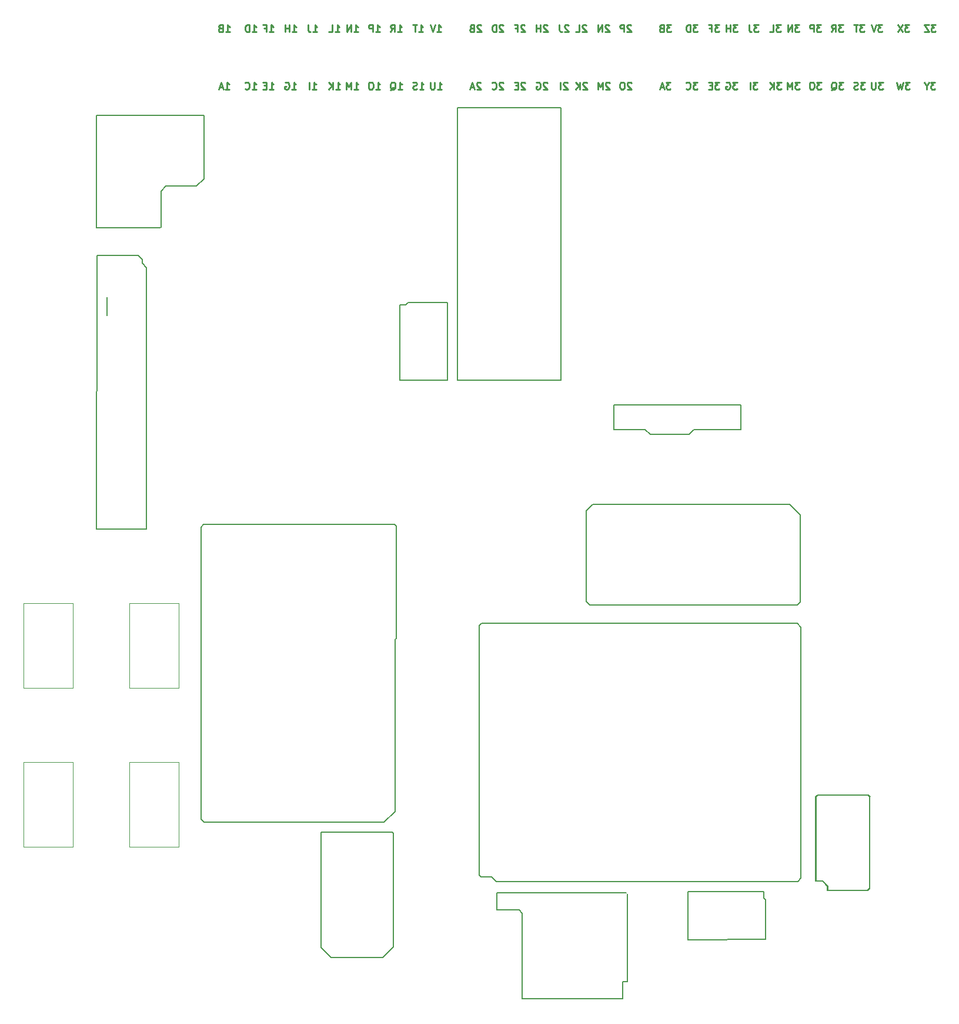
<source format=gbo>
G75*
G70*
%OFA0B0*%
%FSLAX25Y25*%
%IPPOS*%
%LPD*%
%AMOC8*
5,1,8,0,0,1.08239X$1,22.5*
%
%ADD13C,0.00880*%
%ADD184C,0.00472*%
%ADD65C,0.00787*%
X0000000Y0000000D02*
%LPD*%
G01*
D13*
X0155588Y0555061D02*
X0157874Y0555061D01*
X0156731Y0555061D02*
X0156731Y0559061D01*
X0157112Y0558489D01*
X0157493Y0558108D01*
X0157874Y0557918D01*
X0153874Y0557156D02*
X0152540Y0557156D01*
X0151969Y0555061D02*
X0153874Y0555061D01*
X0153874Y0559061D01*
X0151969Y0559061D01*
X0480755Y0591561D02*
X0478278Y0591561D01*
X0479612Y0590037D01*
X0479040Y0590037D01*
X0478659Y0589846D01*
X0478469Y0589656D01*
X0478278Y0589275D01*
X0478278Y0588322D01*
X0478469Y0587942D01*
X0478659Y0587751D01*
X0479040Y0587561D01*
X0480183Y0587561D01*
X0480564Y0587751D01*
X0480755Y0587942D01*
X0474278Y0587561D02*
X0475612Y0589465D01*
X0476564Y0587561D02*
X0476564Y0591561D01*
X0475040Y0591561D01*
X0474659Y0591370D01*
X0474469Y0591180D01*
X0474278Y0590799D01*
X0474278Y0590227D01*
X0474469Y0589846D01*
X0474659Y0589656D01*
X0475040Y0589465D01*
X0476564Y0589465D01*
X0468350Y0559061D02*
X0465874Y0559061D01*
X0467207Y0557537D01*
X0466636Y0557537D01*
X0466255Y0557346D01*
X0466064Y0557156D01*
X0465874Y0556775D01*
X0465874Y0555822D01*
X0466064Y0555442D01*
X0466255Y0555251D01*
X0466636Y0555061D01*
X0467778Y0555061D01*
X0468159Y0555251D01*
X0468350Y0555442D01*
X0463397Y0559061D02*
X0462636Y0559061D01*
X0462255Y0558870D01*
X0461874Y0558489D01*
X0461683Y0557727D01*
X0461683Y0556394D01*
X0461874Y0555632D01*
X0462255Y0555251D01*
X0462636Y0555061D01*
X0463397Y0555061D01*
X0463778Y0555251D01*
X0464159Y0555632D01*
X0464350Y0556394D01*
X0464350Y0557727D01*
X0464159Y0558489D01*
X0463778Y0558870D01*
X0463397Y0559061D01*
X0215874Y0555061D02*
X0218159Y0555061D01*
X0217016Y0555061D02*
X0217016Y0559061D01*
X0217397Y0558489D01*
X0217778Y0558108D01*
X0218159Y0557918D01*
X0213397Y0559061D02*
X0212636Y0559061D01*
X0212255Y0558870D01*
X0211874Y0558489D01*
X0211683Y0557727D01*
X0211683Y0556394D01*
X0211874Y0555632D01*
X0212255Y0555251D01*
X0212636Y0555061D01*
X0213397Y0555061D01*
X0213778Y0555251D01*
X0214159Y0555632D01*
X0214350Y0556394D01*
X0214350Y0557727D01*
X0214159Y0558489D01*
X0213778Y0558870D01*
X0213397Y0559061D01*
X0192897Y0587561D02*
X0195183Y0587561D01*
X0194040Y0587561D02*
X0194040Y0591561D01*
X0194421Y0590989D01*
X0194802Y0590608D01*
X0195183Y0590418D01*
X0189278Y0587561D02*
X0191183Y0587561D01*
X0191183Y0591561D01*
X0432778Y0591561D02*
X0430302Y0591561D01*
X0431636Y0590037D01*
X0431064Y0590037D01*
X0430683Y0589846D01*
X0430493Y0589656D01*
X0430302Y0589275D01*
X0430302Y0588322D01*
X0430493Y0587942D01*
X0430683Y0587751D01*
X0431064Y0587561D01*
X0432207Y0587561D01*
X0432588Y0587751D01*
X0432778Y0587942D01*
X0427445Y0591561D02*
X0427445Y0588703D01*
X0427636Y0588132D01*
X0428016Y0587751D01*
X0428588Y0587561D01*
X0428969Y0587561D01*
X0480850Y0559061D02*
X0478374Y0559061D01*
X0479707Y0557537D01*
X0479136Y0557537D01*
X0478755Y0557346D01*
X0478564Y0557156D01*
X0478374Y0556775D01*
X0478374Y0555822D01*
X0478564Y0555442D01*
X0478755Y0555251D01*
X0479136Y0555061D01*
X0480278Y0555061D01*
X0480659Y0555251D01*
X0480850Y0555442D01*
X0473993Y0554680D02*
X0474374Y0554870D01*
X0474755Y0555251D01*
X0475326Y0555822D01*
X0475707Y0556013D01*
X0476088Y0556013D01*
X0475897Y0555061D02*
X0476278Y0555251D01*
X0476659Y0555632D01*
X0476850Y0556394D01*
X0476850Y0557727D01*
X0476659Y0558489D01*
X0476278Y0558870D01*
X0475897Y0559061D01*
X0475136Y0559061D01*
X0474755Y0558870D01*
X0474374Y0558489D01*
X0474183Y0557727D01*
X0474183Y0556394D01*
X0474374Y0555632D01*
X0474755Y0555251D01*
X0475136Y0555061D01*
X0475897Y0555061D01*
X0145778Y0587561D02*
X0148064Y0587561D01*
X0146921Y0587561D02*
X0146921Y0591561D01*
X0147302Y0590989D01*
X0147683Y0590608D01*
X0148064Y0590418D01*
X0144064Y0587561D02*
X0144064Y0591561D01*
X0143112Y0591561D01*
X0142540Y0591370D01*
X0142159Y0590989D01*
X0141969Y0590608D01*
X0141778Y0589846D01*
X0141778Y0589275D01*
X0141969Y0588513D01*
X0142159Y0588132D01*
X0142540Y0587751D01*
X0143112Y0587561D01*
X0144064Y0587561D01*
X0383255Y0591561D02*
X0380778Y0591561D01*
X0382112Y0590037D01*
X0381540Y0590037D01*
X0381159Y0589846D01*
X0380969Y0589656D01*
X0380778Y0589275D01*
X0380778Y0588322D01*
X0380969Y0587942D01*
X0381159Y0587751D01*
X0381540Y0587561D01*
X0382683Y0587561D01*
X0383064Y0587751D01*
X0383255Y0587942D01*
X0377731Y0589656D02*
X0377159Y0589465D01*
X0376969Y0589275D01*
X0376778Y0588894D01*
X0376778Y0588322D01*
X0376969Y0587942D01*
X0377159Y0587751D01*
X0377540Y0587561D01*
X0379064Y0587561D01*
X0379064Y0591561D01*
X0377731Y0591561D01*
X0377350Y0591370D01*
X0377159Y0591180D01*
X0376969Y0590799D01*
X0376969Y0590418D01*
X0377159Y0590037D01*
X0377350Y0589846D01*
X0377731Y0589656D01*
X0379064Y0589656D01*
X0493159Y0559061D02*
X0490683Y0559061D01*
X0492016Y0557537D01*
X0491445Y0557537D01*
X0491064Y0557346D01*
X0490874Y0557156D01*
X0490683Y0556775D01*
X0490683Y0555822D01*
X0490874Y0555442D01*
X0491064Y0555251D01*
X0491445Y0555061D01*
X0492588Y0555061D01*
X0492969Y0555251D01*
X0493159Y0555442D01*
X0489159Y0555251D02*
X0488588Y0555061D01*
X0487636Y0555061D01*
X0487255Y0555251D01*
X0487064Y0555442D01*
X0486874Y0555822D01*
X0486874Y0556203D01*
X0487064Y0556584D01*
X0487255Y0556775D01*
X0487636Y0556965D01*
X0488397Y0557156D01*
X0488778Y0557346D01*
X0488969Y0557537D01*
X0489159Y0557918D01*
X0489159Y0558299D01*
X0488969Y0558680D01*
X0488778Y0558870D01*
X0488397Y0559061D01*
X0487445Y0559061D01*
X0486874Y0558870D01*
X0518540Y0559061D02*
X0516064Y0559061D01*
X0517397Y0557537D01*
X0516826Y0557537D01*
X0516445Y0557346D01*
X0516255Y0557156D01*
X0516064Y0556775D01*
X0516064Y0555822D01*
X0516255Y0555442D01*
X0516445Y0555251D01*
X0516826Y0555061D01*
X0517969Y0555061D01*
X0518350Y0555251D01*
X0518540Y0555442D01*
X0514731Y0559061D02*
X0513778Y0555061D01*
X0513016Y0557918D01*
X0512255Y0555061D01*
X0511302Y0559061D01*
X0445755Y0559061D02*
X0443278Y0559061D01*
X0444612Y0557537D01*
X0444040Y0557537D01*
X0443659Y0557346D01*
X0443469Y0557156D01*
X0443278Y0556775D01*
X0443278Y0555822D01*
X0443469Y0555442D01*
X0443659Y0555251D01*
X0444040Y0555061D01*
X0445183Y0555061D01*
X0445564Y0555251D01*
X0445755Y0555442D01*
X0441564Y0555061D02*
X0441564Y0559061D01*
X0439278Y0555061D02*
X0440993Y0557346D01*
X0439278Y0559061D02*
X0441564Y0556775D01*
X0313159Y0591180D02*
X0312969Y0591370D01*
X0312588Y0591561D01*
X0311636Y0591561D01*
X0311255Y0591370D01*
X0311064Y0591180D01*
X0310874Y0590799D01*
X0310874Y0590418D01*
X0311064Y0589846D01*
X0313350Y0587561D01*
X0310874Y0587561D01*
X0309159Y0587561D02*
X0309159Y0591561D01*
X0309159Y0589656D02*
X0306874Y0589656D01*
X0306874Y0587561D02*
X0306874Y0591561D01*
X0420755Y0559061D02*
X0418278Y0559061D01*
X0419612Y0557537D01*
X0419040Y0557537D01*
X0418659Y0557346D01*
X0418469Y0557156D01*
X0418278Y0556775D01*
X0418278Y0555822D01*
X0418469Y0555442D01*
X0418659Y0555251D01*
X0419040Y0555061D01*
X0420183Y0555061D01*
X0420564Y0555251D01*
X0420755Y0555442D01*
X0414469Y0558870D02*
X0414850Y0559061D01*
X0415421Y0559061D01*
X0415993Y0558870D01*
X0416374Y0558489D01*
X0416564Y0558108D01*
X0416755Y0557346D01*
X0416755Y0556775D01*
X0416564Y0556013D01*
X0416374Y0555632D01*
X0415993Y0555251D01*
X0415421Y0555061D01*
X0415040Y0555061D01*
X0414469Y0555251D01*
X0414278Y0555442D01*
X0414278Y0556775D01*
X0415040Y0556775D01*
X0240302Y0587561D02*
X0242588Y0587561D01*
X0241445Y0587561D02*
X0241445Y0591561D01*
X0241826Y0590989D01*
X0242207Y0590608D01*
X0242588Y0590418D01*
X0239159Y0591561D02*
X0236874Y0591561D01*
X0238016Y0587561D02*
X0238016Y0591561D01*
X0456040Y0559061D02*
X0453564Y0559061D01*
X0454897Y0557537D01*
X0454326Y0557537D01*
X0453945Y0557346D01*
X0453755Y0557156D01*
X0453564Y0556775D01*
X0453564Y0555822D01*
X0453755Y0555442D01*
X0453945Y0555251D01*
X0454326Y0555061D01*
X0455469Y0555061D01*
X0455850Y0555251D01*
X0456040Y0555442D01*
X0451850Y0555061D02*
X0451850Y0559061D01*
X0450516Y0556203D01*
X0449183Y0559061D01*
X0449183Y0555061D01*
X0432207Y0559061D02*
X0429731Y0559061D01*
X0431064Y0557537D01*
X0430493Y0557537D01*
X0430112Y0557346D01*
X0429921Y0557156D01*
X0429731Y0556775D01*
X0429731Y0555822D01*
X0429921Y0555442D01*
X0430112Y0555251D01*
X0430493Y0555061D01*
X0431636Y0555061D01*
X0432016Y0555251D01*
X0432207Y0555442D01*
X0428016Y0555061D02*
X0428016Y0559061D01*
X0348350Y0558680D02*
X0348159Y0558870D01*
X0347778Y0559061D01*
X0346826Y0559061D01*
X0346445Y0558870D01*
X0346255Y0558680D01*
X0346064Y0558299D01*
X0346064Y0557918D01*
X0346255Y0557346D01*
X0348540Y0555061D01*
X0346064Y0555061D01*
X0344350Y0555061D02*
X0344350Y0559061D01*
X0343016Y0556203D01*
X0341683Y0559061D01*
X0341683Y0555061D01*
X0180302Y0587561D02*
X0182588Y0587561D01*
X0181445Y0587561D02*
X0181445Y0591561D01*
X0181826Y0590989D01*
X0182207Y0590608D01*
X0182588Y0590418D01*
X0177445Y0591561D02*
X0177445Y0588703D01*
X0177636Y0588132D01*
X0178016Y0587751D01*
X0178588Y0587561D01*
X0178969Y0587561D01*
X0420850Y0591561D02*
X0418374Y0591561D01*
X0419707Y0590037D01*
X0419136Y0590037D01*
X0418755Y0589846D01*
X0418564Y0589656D01*
X0418374Y0589275D01*
X0418374Y0588322D01*
X0418564Y0587942D01*
X0418755Y0587751D01*
X0419136Y0587561D01*
X0420278Y0587561D01*
X0420659Y0587751D01*
X0420850Y0587942D01*
X0416659Y0587561D02*
X0416659Y0591561D01*
X0416659Y0589656D02*
X0414374Y0589656D01*
X0414374Y0587561D02*
X0414374Y0591561D01*
X0250874Y0555061D02*
X0253159Y0555061D01*
X0252016Y0555061D02*
X0252016Y0559061D01*
X0252397Y0558489D01*
X0252778Y0558108D01*
X0253159Y0557918D01*
X0249159Y0559061D02*
X0249159Y0555822D01*
X0248969Y0555442D01*
X0248778Y0555251D01*
X0248397Y0555061D01*
X0247636Y0555061D01*
X0247255Y0555251D01*
X0247064Y0555442D01*
X0246874Y0555822D01*
X0246874Y0559061D01*
X0300278Y0591180D02*
X0300088Y0591370D01*
X0299707Y0591561D01*
X0298755Y0591561D01*
X0298374Y0591370D01*
X0298183Y0591180D01*
X0297993Y0590799D01*
X0297993Y0590418D01*
X0298183Y0589846D01*
X0300469Y0587561D01*
X0297993Y0587561D01*
X0294945Y0589656D02*
X0296278Y0589656D01*
X0296278Y0587561D02*
X0296278Y0591561D01*
X0294374Y0591561D01*
X0398255Y0559061D02*
X0395778Y0559061D01*
X0397112Y0557537D01*
X0396540Y0557537D01*
X0396159Y0557346D01*
X0395969Y0557156D01*
X0395778Y0556775D01*
X0395778Y0555822D01*
X0395969Y0555442D01*
X0396159Y0555251D01*
X0396540Y0555061D01*
X0397683Y0555061D01*
X0398064Y0555251D01*
X0398255Y0555442D01*
X0391778Y0555442D02*
X0391969Y0555251D01*
X0392540Y0555061D01*
X0392921Y0555061D01*
X0393493Y0555251D01*
X0393874Y0555632D01*
X0394064Y0556013D01*
X0394255Y0556775D01*
X0394255Y0557346D01*
X0394064Y0558108D01*
X0393874Y0558489D01*
X0393493Y0558870D01*
X0392921Y0559061D01*
X0392540Y0559061D01*
X0391969Y0558870D01*
X0391778Y0558680D01*
X0335183Y0591180D02*
X0334993Y0591370D01*
X0334612Y0591561D01*
X0333659Y0591561D01*
X0333278Y0591370D01*
X0333088Y0591180D01*
X0332897Y0590799D01*
X0332897Y0590418D01*
X0333088Y0589846D01*
X0335374Y0587561D01*
X0332897Y0587561D01*
X0329278Y0587561D02*
X0331183Y0587561D01*
X0331183Y0591561D01*
X0313064Y0558680D02*
X0312874Y0558870D01*
X0312493Y0559061D01*
X0311540Y0559061D01*
X0311159Y0558870D01*
X0310969Y0558680D01*
X0310778Y0558299D01*
X0310778Y0557918D01*
X0310969Y0557346D01*
X0313255Y0555061D01*
X0310778Y0555061D01*
X0306969Y0558870D02*
X0307350Y0559061D01*
X0307921Y0559061D01*
X0308493Y0558870D01*
X0308874Y0558489D01*
X0309064Y0558108D01*
X0309255Y0557346D01*
X0309255Y0556775D01*
X0309064Y0556013D01*
X0308874Y0555632D01*
X0308493Y0555251D01*
X0307921Y0555061D01*
X0307540Y0555061D01*
X0306969Y0555251D01*
X0306778Y0555442D01*
X0306778Y0556775D01*
X0307540Y0556775D01*
X0203374Y0587561D02*
X0205659Y0587561D01*
X0204516Y0587561D02*
X0204516Y0591561D01*
X0204897Y0590989D01*
X0205278Y0590608D01*
X0205659Y0590418D01*
X0201659Y0587561D02*
X0201659Y0591561D01*
X0199374Y0587561D01*
X0199374Y0591561D01*
X0228278Y0587561D02*
X0230564Y0587561D01*
X0229421Y0587561D02*
X0229421Y0591561D01*
X0229802Y0590989D01*
X0230183Y0590608D01*
X0230564Y0590418D01*
X0224278Y0587561D02*
X0225612Y0589465D01*
X0226564Y0587561D02*
X0226564Y0591561D01*
X0225040Y0591561D01*
X0224659Y0591370D01*
X0224469Y0591180D01*
X0224278Y0590799D01*
X0224278Y0590227D01*
X0224469Y0589846D01*
X0224659Y0589656D01*
X0225040Y0589465D01*
X0226564Y0589465D01*
X0240683Y0555061D02*
X0242969Y0555061D01*
X0241826Y0555061D02*
X0241826Y0559061D01*
X0242207Y0558489D01*
X0242588Y0558108D01*
X0242969Y0557918D01*
X0239159Y0555251D02*
X0238588Y0555061D01*
X0237636Y0555061D01*
X0237255Y0555251D01*
X0237064Y0555442D01*
X0236874Y0555822D01*
X0236874Y0556203D01*
X0237064Y0556584D01*
X0237255Y0556775D01*
X0237636Y0556965D01*
X0238397Y0557156D01*
X0238778Y0557346D01*
X0238969Y0557537D01*
X0239159Y0557918D01*
X0239159Y0558299D01*
X0238969Y0558680D01*
X0238778Y0558870D01*
X0238397Y0559061D01*
X0237445Y0559061D01*
X0236874Y0558870D01*
X0228374Y0555061D02*
X0230659Y0555061D01*
X0229516Y0555061D02*
X0229516Y0559061D01*
X0229897Y0558489D01*
X0230278Y0558108D01*
X0230659Y0557918D01*
X0223993Y0554680D02*
X0224374Y0554870D01*
X0224755Y0555251D01*
X0225326Y0555822D01*
X0225707Y0556013D01*
X0226088Y0556013D01*
X0225897Y0555061D02*
X0226278Y0555251D01*
X0226659Y0555632D01*
X0226850Y0556394D01*
X0226850Y0557727D01*
X0226659Y0558489D01*
X0226278Y0558870D01*
X0225897Y0559061D01*
X0225136Y0559061D01*
X0224755Y0558870D01*
X0224374Y0558489D01*
X0224183Y0557727D01*
X0224183Y0556394D01*
X0224374Y0555632D01*
X0224755Y0555251D01*
X0225136Y0555061D01*
X0225897Y0555061D01*
X0275564Y0591180D02*
X0275374Y0591370D01*
X0274993Y0591561D01*
X0274040Y0591561D01*
X0273659Y0591370D01*
X0273469Y0591180D01*
X0273278Y0590799D01*
X0273278Y0590418D01*
X0273469Y0589846D01*
X0275755Y0587561D01*
X0273278Y0587561D01*
X0270231Y0589656D02*
X0269659Y0589465D01*
X0269469Y0589275D01*
X0269278Y0588894D01*
X0269278Y0588322D01*
X0269469Y0587942D01*
X0269659Y0587751D01*
X0270040Y0587561D01*
X0271564Y0587561D01*
X0271564Y0591561D01*
X0270231Y0591561D01*
X0269850Y0591370D01*
X0269659Y0591180D01*
X0269469Y0590799D01*
X0269469Y0590418D01*
X0269659Y0590037D01*
X0269850Y0589846D01*
X0270231Y0589656D01*
X0271564Y0589656D01*
X0503350Y0559061D02*
X0500874Y0559061D01*
X0502207Y0557537D01*
X0501636Y0557537D01*
X0501255Y0557346D01*
X0501064Y0557156D01*
X0500874Y0556775D01*
X0500874Y0555822D01*
X0501064Y0555442D01*
X0501255Y0555251D01*
X0501636Y0555061D01*
X0502778Y0555061D01*
X0503159Y0555251D01*
X0503350Y0555442D01*
X0499159Y0559061D02*
X0499159Y0555822D01*
X0498969Y0555442D01*
X0498778Y0555251D01*
X0498397Y0555061D01*
X0497636Y0555061D01*
X0497255Y0555251D01*
X0497064Y0555442D01*
X0496874Y0555822D01*
X0496874Y0559061D01*
X0155493Y0587561D02*
X0157778Y0587561D01*
X0156636Y0587561D02*
X0156636Y0591561D01*
X0157016Y0590989D01*
X0157397Y0590608D01*
X0157778Y0590418D01*
X0152445Y0589656D02*
X0153778Y0589656D01*
X0153778Y0587561D02*
X0153778Y0591561D01*
X0151874Y0591561D01*
X0250493Y0587561D02*
X0252778Y0587561D01*
X0251636Y0587561D02*
X0251636Y0591561D01*
X0252016Y0590989D01*
X0252397Y0590608D01*
X0252778Y0590418D01*
X0249350Y0591561D02*
X0248016Y0587561D01*
X0246683Y0591561D01*
X0360659Y0558680D02*
X0360469Y0558870D01*
X0360088Y0559061D01*
X0359136Y0559061D01*
X0358755Y0558870D01*
X0358564Y0558680D01*
X0358374Y0558299D01*
X0358374Y0557918D01*
X0358564Y0557346D01*
X0360850Y0555061D01*
X0358374Y0555061D01*
X0355897Y0559061D02*
X0355136Y0559061D01*
X0354755Y0558870D01*
X0354374Y0558489D01*
X0354183Y0557727D01*
X0354183Y0556394D01*
X0354374Y0555632D01*
X0354755Y0555251D01*
X0355136Y0555061D01*
X0355897Y0555061D01*
X0356278Y0555251D01*
X0356659Y0555632D01*
X0356850Y0556394D01*
X0356850Y0557727D01*
X0356659Y0558489D01*
X0356278Y0558870D01*
X0355897Y0559061D01*
X0348159Y0591180D02*
X0347969Y0591370D01*
X0347588Y0591561D01*
X0346636Y0591561D01*
X0346255Y0591370D01*
X0346064Y0591180D01*
X0345874Y0590799D01*
X0345874Y0590418D01*
X0346064Y0589846D01*
X0348350Y0587561D01*
X0345874Y0587561D01*
X0344159Y0587561D02*
X0344159Y0591561D01*
X0341874Y0587561D01*
X0341874Y0591561D01*
X0445374Y0591561D02*
X0442897Y0591561D01*
X0444231Y0590037D01*
X0443659Y0590037D01*
X0443278Y0589846D01*
X0443088Y0589656D01*
X0442897Y0589275D01*
X0442897Y0588322D01*
X0443088Y0587942D01*
X0443278Y0587751D01*
X0443659Y0587561D01*
X0444802Y0587561D01*
X0445183Y0587751D01*
X0445374Y0587942D01*
X0439278Y0587561D02*
X0441183Y0587561D01*
X0441183Y0591561D01*
X0325088Y0591180D02*
X0324897Y0591370D01*
X0324516Y0591561D01*
X0323564Y0591561D01*
X0323183Y0591370D01*
X0322993Y0591180D01*
X0322802Y0590799D01*
X0322802Y0590418D01*
X0322993Y0589846D01*
X0325278Y0587561D01*
X0322802Y0587561D01*
X0319945Y0591561D02*
X0319945Y0588703D01*
X0320136Y0588132D01*
X0320516Y0587751D01*
X0321088Y0587561D01*
X0321469Y0587561D01*
X0335564Y0558680D02*
X0335374Y0558870D01*
X0334993Y0559061D01*
X0334040Y0559061D01*
X0333659Y0558870D01*
X0333469Y0558680D01*
X0333278Y0558299D01*
X0333278Y0557918D01*
X0333469Y0557346D01*
X0335755Y0555061D01*
X0333278Y0555061D01*
X0331564Y0555061D02*
X0331564Y0559061D01*
X0329278Y0555061D02*
X0330993Y0557346D01*
X0329278Y0559061D02*
X0331564Y0556775D01*
X0532969Y0559061D02*
X0530493Y0559061D01*
X0531826Y0557537D01*
X0531255Y0557537D01*
X0530874Y0557346D01*
X0530683Y0557156D01*
X0530493Y0556775D01*
X0530493Y0555822D01*
X0530683Y0555442D01*
X0530874Y0555251D01*
X0531255Y0555061D01*
X0532397Y0555061D01*
X0532778Y0555251D01*
X0532969Y0555442D01*
X0528016Y0556965D02*
X0528016Y0555061D01*
X0529350Y0559061D02*
X0528016Y0556965D01*
X0526683Y0559061D01*
X0145778Y0555061D02*
X0148064Y0555061D01*
X0146921Y0555061D02*
X0146921Y0559061D01*
X0147302Y0558489D01*
X0147683Y0558108D01*
X0148064Y0557918D01*
X0141778Y0555442D02*
X0141969Y0555251D01*
X0142540Y0555061D01*
X0142921Y0555061D01*
X0143493Y0555251D01*
X0143874Y0555632D01*
X0144064Y0556013D01*
X0144255Y0556775D01*
X0144255Y0557346D01*
X0144064Y0558108D01*
X0143874Y0558489D01*
X0143493Y0558870D01*
X0142921Y0559061D01*
X0142540Y0559061D01*
X0141969Y0558870D01*
X0141778Y0558680D01*
X0288064Y0558680D02*
X0287874Y0558870D01*
X0287493Y0559061D01*
X0286540Y0559061D01*
X0286159Y0558870D01*
X0285969Y0558680D01*
X0285778Y0558299D01*
X0285778Y0557918D01*
X0285969Y0557346D01*
X0288255Y0555061D01*
X0285778Y0555061D01*
X0281778Y0555442D02*
X0281969Y0555251D01*
X0282540Y0555061D01*
X0282921Y0555061D01*
X0283493Y0555251D01*
X0283874Y0555632D01*
X0284064Y0556013D01*
X0284255Y0556775D01*
X0284255Y0557346D01*
X0284064Y0558108D01*
X0283874Y0558489D01*
X0283493Y0558870D01*
X0282921Y0559061D01*
X0282540Y0559061D01*
X0281969Y0558870D01*
X0281778Y0558680D01*
X0193278Y0555061D02*
X0195564Y0555061D01*
X0194421Y0555061D02*
X0194421Y0559061D01*
X0194802Y0558489D01*
X0195183Y0558108D01*
X0195564Y0557918D01*
X0191564Y0555061D02*
X0191564Y0559061D01*
X0189278Y0555061D02*
X0190993Y0557346D01*
X0189278Y0559061D02*
X0191564Y0556775D01*
X0455850Y0591561D02*
X0453374Y0591561D01*
X0454707Y0590037D01*
X0454136Y0590037D01*
X0453755Y0589846D01*
X0453564Y0589656D01*
X0453374Y0589275D01*
X0453374Y0588322D01*
X0453564Y0587942D01*
X0453755Y0587751D01*
X0454136Y0587561D01*
X0455278Y0587561D01*
X0455659Y0587751D01*
X0455850Y0587942D01*
X0451659Y0587561D02*
X0451659Y0591561D01*
X0449374Y0587561D01*
X0449374Y0591561D01*
X0130493Y0555061D02*
X0132778Y0555061D01*
X0131636Y0555061D02*
X0131636Y0559061D01*
X0132016Y0558489D01*
X0132397Y0558108D01*
X0132778Y0557918D01*
X0128969Y0556203D02*
X0127064Y0556203D01*
X0129350Y0555061D02*
X0128016Y0559061D01*
X0126683Y0555061D01*
X0179731Y0555061D02*
X0182016Y0555061D01*
X0180874Y0555061D02*
X0180874Y0559061D01*
X0181255Y0558489D01*
X0181636Y0558108D01*
X0182016Y0557918D01*
X0178016Y0555061D02*
X0178016Y0559061D01*
X0275278Y0558680D02*
X0275088Y0558870D01*
X0274707Y0559061D01*
X0273755Y0559061D01*
X0273374Y0558870D01*
X0273183Y0558680D01*
X0272993Y0558299D01*
X0272993Y0557918D01*
X0273183Y0557346D01*
X0275469Y0555061D01*
X0272993Y0555061D01*
X0271469Y0556203D02*
X0269564Y0556203D01*
X0271850Y0555061D02*
X0270516Y0559061D01*
X0269183Y0555061D01*
X0468255Y0591561D02*
X0465778Y0591561D01*
X0467112Y0590037D01*
X0466540Y0590037D01*
X0466159Y0589846D01*
X0465969Y0589656D01*
X0465778Y0589275D01*
X0465778Y0588322D01*
X0465969Y0587942D01*
X0466159Y0587751D01*
X0466540Y0587561D01*
X0467683Y0587561D01*
X0468064Y0587751D01*
X0468255Y0587942D01*
X0464064Y0587561D02*
X0464064Y0591561D01*
X0462540Y0591561D01*
X0462159Y0591370D01*
X0461969Y0591180D01*
X0461778Y0590799D01*
X0461778Y0590227D01*
X0461969Y0589846D01*
X0462159Y0589656D01*
X0462540Y0589465D01*
X0464064Y0589465D01*
X0398255Y0591561D02*
X0395778Y0591561D01*
X0397112Y0590037D01*
X0396540Y0590037D01*
X0396159Y0589846D01*
X0395969Y0589656D01*
X0395778Y0589275D01*
X0395778Y0588322D01*
X0395969Y0587942D01*
X0396159Y0587751D01*
X0396540Y0587561D01*
X0397683Y0587561D01*
X0398064Y0587751D01*
X0398255Y0587942D01*
X0394064Y0587561D02*
X0394064Y0591561D01*
X0393112Y0591561D01*
X0392540Y0591370D01*
X0392159Y0590989D01*
X0391969Y0590608D01*
X0391778Y0589846D01*
X0391778Y0589275D01*
X0391969Y0588513D01*
X0392159Y0588132D01*
X0392540Y0587751D01*
X0393112Y0587561D01*
X0394064Y0587561D01*
X0360564Y0591180D02*
X0360374Y0591370D01*
X0359993Y0591561D01*
X0359040Y0591561D01*
X0358659Y0591370D01*
X0358469Y0591180D01*
X0358278Y0590799D01*
X0358278Y0590418D01*
X0358469Y0589846D01*
X0360755Y0587561D01*
X0358278Y0587561D01*
X0356564Y0587561D02*
X0356564Y0591561D01*
X0355040Y0591561D01*
X0354659Y0591370D01*
X0354469Y0591180D01*
X0354278Y0590799D01*
X0354278Y0590227D01*
X0354469Y0589846D01*
X0354659Y0589656D01*
X0355040Y0589465D01*
X0356564Y0589465D01*
X0215778Y0587561D02*
X0218064Y0587561D01*
X0216921Y0587561D02*
X0216921Y0591561D01*
X0217302Y0590989D01*
X0217683Y0590608D01*
X0218064Y0590418D01*
X0214064Y0587561D02*
X0214064Y0591561D01*
X0212540Y0591561D01*
X0212159Y0591370D01*
X0211969Y0591180D01*
X0211778Y0590799D01*
X0211778Y0590227D01*
X0211969Y0589846D01*
X0212159Y0589656D01*
X0212540Y0589465D01*
X0214064Y0589465D01*
X0203564Y0555061D02*
X0205850Y0555061D01*
X0204707Y0555061D02*
X0204707Y0559061D01*
X0205088Y0558489D01*
X0205469Y0558108D01*
X0205850Y0557918D01*
X0201850Y0555061D02*
X0201850Y0559061D01*
X0200516Y0556203D01*
X0199183Y0559061D01*
X0199183Y0555061D01*
X0324516Y0558680D02*
X0324326Y0558870D01*
X0323945Y0559061D01*
X0322993Y0559061D01*
X0322612Y0558870D01*
X0322421Y0558680D01*
X0322231Y0558299D01*
X0322231Y0557918D01*
X0322421Y0557346D01*
X0324707Y0555061D01*
X0322231Y0555061D01*
X0320516Y0555061D02*
X0320516Y0559061D01*
X0382969Y0559061D02*
X0380493Y0559061D01*
X0381826Y0557537D01*
X0381255Y0557537D01*
X0380874Y0557346D01*
X0380683Y0557156D01*
X0380493Y0556775D01*
X0380493Y0555822D01*
X0380683Y0555442D01*
X0380874Y0555251D01*
X0381255Y0555061D01*
X0382397Y0555061D01*
X0382778Y0555251D01*
X0382969Y0555442D01*
X0378969Y0556203D02*
X0377064Y0556203D01*
X0379350Y0555061D02*
X0378016Y0559061D01*
X0376683Y0555061D01*
X0533159Y0591561D02*
X0530683Y0591561D01*
X0532016Y0590037D01*
X0531445Y0590037D01*
X0531064Y0589846D01*
X0530874Y0589656D01*
X0530683Y0589275D01*
X0530683Y0588322D01*
X0530874Y0587942D01*
X0531064Y0587751D01*
X0531445Y0587561D01*
X0532588Y0587561D01*
X0532969Y0587751D01*
X0533159Y0587942D01*
X0529350Y0591561D02*
X0526683Y0591561D01*
X0529350Y0587561D01*
X0526683Y0587561D01*
X0300374Y0558680D02*
X0300183Y0558870D01*
X0299802Y0559061D01*
X0298850Y0559061D01*
X0298469Y0558870D01*
X0298278Y0558680D01*
X0298088Y0558299D01*
X0298088Y0557918D01*
X0298278Y0557346D01*
X0300564Y0555061D01*
X0298088Y0555061D01*
X0296374Y0557156D02*
X0295040Y0557156D01*
X0294469Y0555061D02*
X0296374Y0555061D01*
X0296374Y0559061D01*
X0294469Y0559061D01*
X0492778Y0591561D02*
X0490302Y0591561D01*
X0491636Y0590037D01*
X0491064Y0590037D01*
X0490683Y0589846D01*
X0490493Y0589656D01*
X0490302Y0589275D01*
X0490302Y0588322D01*
X0490493Y0587942D01*
X0490683Y0587751D01*
X0491064Y0587561D01*
X0492207Y0587561D01*
X0492588Y0587751D01*
X0492778Y0587942D01*
X0489159Y0591561D02*
X0486874Y0591561D01*
X0488016Y0587561D02*
X0488016Y0591561D01*
X0410564Y0559061D02*
X0408088Y0559061D01*
X0409421Y0557537D01*
X0408850Y0557537D01*
X0408469Y0557346D01*
X0408278Y0557156D01*
X0408088Y0556775D01*
X0408088Y0555822D01*
X0408278Y0555442D01*
X0408469Y0555251D01*
X0408850Y0555061D01*
X0409993Y0555061D01*
X0410374Y0555251D01*
X0410564Y0555442D01*
X0406374Y0557156D02*
X0405040Y0557156D01*
X0404469Y0555061D02*
X0406374Y0555061D01*
X0406374Y0559061D01*
X0404469Y0559061D01*
X0518159Y0591561D02*
X0515683Y0591561D01*
X0517016Y0590037D01*
X0516445Y0590037D01*
X0516064Y0589846D01*
X0515874Y0589656D01*
X0515683Y0589275D01*
X0515683Y0588322D01*
X0515874Y0587942D01*
X0516064Y0587751D01*
X0516445Y0587561D01*
X0517588Y0587561D01*
X0517969Y0587751D01*
X0518159Y0587942D01*
X0514350Y0591561D02*
X0511683Y0587561D01*
X0511683Y0591561D02*
X0514350Y0587561D01*
X0168374Y0587561D02*
X0170659Y0587561D01*
X0169516Y0587561D02*
X0169516Y0591561D01*
X0169897Y0590989D01*
X0170278Y0590608D01*
X0170659Y0590418D01*
X0166659Y0587561D02*
X0166659Y0591561D01*
X0166659Y0589656D02*
X0164374Y0589656D01*
X0164374Y0587561D02*
X0164374Y0591561D01*
X0410469Y0591561D02*
X0407993Y0591561D01*
X0409326Y0590037D01*
X0408755Y0590037D01*
X0408374Y0589846D01*
X0408183Y0589656D01*
X0407993Y0589275D01*
X0407993Y0588322D01*
X0408183Y0587942D01*
X0408374Y0587751D01*
X0408755Y0587561D01*
X0409897Y0587561D01*
X0410278Y0587751D01*
X0410469Y0587942D01*
X0404945Y0589656D02*
X0406278Y0589656D01*
X0406278Y0587561D02*
X0406278Y0591561D01*
X0404374Y0591561D01*
X0502969Y0591561D02*
X0500493Y0591561D01*
X0501826Y0590037D01*
X0501255Y0590037D01*
X0500874Y0589846D01*
X0500683Y0589656D01*
X0500493Y0589275D01*
X0500493Y0588322D01*
X0500683Y0587942D01*
X0500874Y0587751D01*
X0501255Y0587561D01*
X0502397Y0587561D01*
X0502778Y0587751D01*
X0502969Y0587942D01*
X0499350Y0591561D02*
X0498016Y0587561D01*
X0496683Y0591561D01*
X0288064Y0591180D02*
X0287874Y0591370D01*
X0287493Y0591561D01*
X0286540Y0591561D01*
X0286159Y0591370D01*
X0285969Y0591180D01*
X0285778Y0590799D01*
X0285778Y0590418D01*
X0285969Y0589846D01*
X0288255Y0587561D01*
X0285778Y0587561D01*
X0284064Y0587561D02*
X0284064Y0591561D01*
X0283112Y0591561D01*
X0282540Y0591370D01*
X0282159Y0590989D01*
X0281969Y0590608D01*
X0281778Y0589846D01*
X0281778Y0589275D01*
X0281969Y0588513D01*
X0282159Y0588132D01*
X0282540Y0587751D01*
X0283112Y0587561D01*
X0284064Y0587561D01*
X0130778Y0587561D02*
X0133064Y0587561D01*
X0131921Y0587561D02*
X0131921Y0591561D01*
X0132302Y0590989D01*
X0132683Y0590608D01*
X0133064Y0590418D01*
X0127731Y0589656D02*
X0127159Y0589465D01*
X0126969Y0589275D01*
X0126778Y0588894D01*
X0126778Y0588322D01*
X0126969Y0587942D01*
X0127159Y0587751D01*
X0127540Y0587561D01*
X0129064Y0587561D01*
X0129064Y0591561D01*
X0127731Y0591561D01*
X0127350Y0591370D01*
X0127159Y0591180D01*
X0126969Y0590799D01*
X0126969Y0590418D01*
X0127159Y0590037D01*
X0127350Y0589846D01*
X0127731Y0589656D01*
X0129064Y0589656D01*
X0168278Y0555061D02*
X0170564Y0555061D01*
X0169421Y0555061D02*
X0169421Y0559061D01*
X0169802Y0558489D01*
X0170183Y0558108D01*
X0170564Y0557918D01*
X0164469Y0558870D02*
X0164850Y0559061D01*
X0165421Y0559061D01*
X0165993Y0558870D01*
X0166374Y0558489D01*
X0166564Y0558108D01*
X0166755Y0557346D01*
X0166755Y0556775D01*
X0166564Y0556013D01*
X0166374Y0555632D01*
X0165993Y0555251D01*
X0165421Y0555061D01*
X0165040Y0555061D01*
X0164469Y0555251D01*
X0164278Y0555442D01*
X0164278Y0556775D01*
X0165040Y0556775D01*
D65*
X0298787Y0039822D02*
X0355682Y0039822D01*
X0355682Y0039822D02*
X0355682Y0049705D01*
X0358629Y0049705D02*
X0358629Y0099172D01*
X0284417Y0090117D02*
X0284417Y0099959D01*
X0284417Y0090117D02*
X0297015Y0090117D01*
X0298787Y0039822D02*
X0298787Y0088345D01*
X0284417Y0099959D02*
X0357842Y0099959D01*
X0355682Y0049705D02*
X0358629Y0049705D01*
X0297015Y0090117D02*
X0298787Y0088345D01*
X0422873Y0376431D02*
X0350924Y0376431D01*
X0396298Y0362356D02*
X0393444Y0359502D01*
X0350924Y0376431D02*
X0350924Y0362356D01*
X0422873Y0376431D02*
X0422873Y0362356D01*
X0422873Y0362356D02*
X0396298Y0362356D01*
X0371397Y0359502D02*
X0368542Y0362356D01*
X0368542Y0362356D02*
X0350924Y0362356D01*
X0393444Y0359502D02*
X0371397Y0359502D01*
D184*
X0076000Y0264000D02*
X0104000Y0264000D01*
X0104000Y0264000D02*
X0104000Y0216000D01*
X0104000Y0216000D02*
X0076000Y0216000D01*
X0076000Y0216000D02*
X0076000Y0264000D01*
D65*
X0226824Y0243455D02*
X0226824Y0146014D01*
X0118194Y0308447D02*
X0116686Y0306940D01*
X0116686Y0306940D02*
X0116686Y0141684D01*
X0118556Y0139814D02*
X0116686Y0141684D01*
X0226824Y0146014D02*
X0220623Y0139814D01*
X0227358Y0307489D02*
X0227358Y0243989D01*
X0220623Y0139814D02*
X0118556Y0139814D01*
X0227358Y0243989D02*
X0226824Y0243455D01*
X0226399Y0308447D02*
X0118194Y0308447D01*
X0227358Y0307489D02*
X0226399Y0308447D01*
X0233986Y0434132D02*
X0232903Y0433049D01*
X0229458Y0432828D02*
X0229458Y0390136D01*
X0233986Y0434132D02*
X0256418Y0434132D01*
X0256418Y0434132D02*
X0256571Y0390136D01*
X0229655Y0433049D02*
X0229458Y0432828D01*
X0229655Y0433049D02*
X0232903Y0433049D01*
X0229434Y0390136D02*
X0256571Y0390136D01*
D184*
X0016000Y0264000D02*
X0044000Y0264000D01*
X0044000Y0264000D02*
X0044000Y0216000D01*
X0044000Y0216000D02*
X0016000Y0216000D01*
X0016000Y0216000D02*
X0016000Y0264000D01*
D65*
X0184753Y0134235D02*
X0184857Y0134339D01*
X0184753Y0069050D02*
X0184753Y0134235D01*
X0225702Y0069350D02*
X0225702Y0133712D01*
X0225702Y0133712D02*
X0225175Y0134239D01*
X0225175Y0134239D02*
X0184857Y0134339D01*
X0219694Y0063342D02*
X0190462Y0063342D01*
X0219694Y0063342D02*
X0225702Y0069350D01*
X0190462Y0063342D02*
X0184753Y0069050D01*
X0337149Y0263011D02*
X0335181Y0264979D01*
X0456441Y0313896D02*
X0450338Y0319999D01*
X0454866Y0263011D02*
X0337149Y0263011D01*
X0338823Y0319999D02*
X0335181Y0316357D01*
X0456441Y0264585D02*
X0454866Y0263011D01*
X0450338Y0319999D02*
X0338803Y0319999D01*
X0335181Y0316357D02*
X0335181Y0264979D01*
X0456441Y0313896D02*
X0456441Y0264585D01*
X0281464Y0109089D02*
X0275460Y0109089D01*
X0275926Y0252589D02*
X0274577Y0251240D01*
X0456956Y0108253D02*
X0455036Y0106333D01*
X0456956Y0108253D02*
X0456956Y0250348D01*
X0284220Y0106333D02*
X0281464Y0109089D01*
X0274577Y0109971D02*
X0274577Y0251240D01*
X0456956Y0250348D02*
X0454716Y0252589D01*
X0454716Y0252589D02*
X0275926Y0252589D01*
X0275460Y0109089D02*
X0274577Y0109971D01*
X0455036Y0106333D02*
X0284220Y0106333D01*
X0114278Y0500212D02*
X0096956Y0500212D01*
X0118511Y0504444D02*
X0118511Y0540173D01*
X0057389Y0476492D02*
X0057389Y0540173D01*
X0094003Y0497259D02*
X0096956Y0500212D01*
X0114278Y0500212D02*
X0118511Y0504444D01*
X0118511Y0540173D02*
X0057389Y0540173D01*
X0093511Y0476492D02*
X0094003Y0476984D01*
X0093511Y0476492D02*
X0057389Y0476492D01*
X0094003Y0476984D02*
X0094003Y0497259D01*
D184*
X0076000Y0174000D02*
X0104000Y0174000D01*
X0104000Y0174000D02*
X0104000Y0126000D01*
X0104000Y0126000D02*
X0076000Y0126000D01*
X0076000Y0126000D02*
X0076000Y0174000D01*
D65*
X0262306Y0544516D02*
X0320967Y0544516D01*
X0320967Y0544516D02*
X0320967Y0390382D01*
X0320967Y0390382D02*
X0262306Y0390382D01*
X0262306Y0390382D02*
X0262306Y0544516D01*
D184*
X0016000Y0174000D02*
X0044000Y0174000D01*
X0044000Y0174000D02*
X0044000Y0126000D01*
X0044000Y0126000D02*
X0016000Y0126000D01*
X0016000Y0126000D02*
X0016000Y0174000D01*
D65*
X0435893Y0100288D02*
X0435672Y0100485D01*
X0436976Y0073525D02*
X0392980Y0073372D01*
X0436976Y0095958D02*
X0436976Y0073525D01*
X0435672Y0100485D02*
X0392980Y0100485D01*
X0435893Y0100288D02*
X0435893Y0097040D01*
X0436976Y0095958D02*
X0435893Y0097040D01*
X0392980Y0100510D02*
X0392980Y0073372D01*
X0495962Y0154198D02*
X0494978Y0155182D01*
X0494539Y0101350D02*
X0471947Y0101350D01*
X0468994Y0106660D02*
X0465057Y0106660D01*
X0471947Y0103708D02*
X0471947Y0101350D01*
X0465057Y0154200D02*
X0465057Y0106660D01*
X0495962Y0154198D02*
X0495962Y0102774D01*
X0494978Y0155182D02*
X0466040Y0155182D01*
X0471947Y0103708D02*
X0468994Y0106660D01*
X0466040Y0155182D02*
X0465057Y0154200D01*
X0495962Y0102774D02*
X0494539Y0101350D01*
X0085919Y0305856D02*
X0085919Y0454085D01*
X0063380Y0427018D02*
X0063380Y0437352D01*
X0085919Y0305856D02*
X0057377Y0305856D01*
X0083557Y0458514D02*
X0080998Y0461073D01*
X0057377Y0305856D02*
X0057670Y0461073D01*
X0083557Y0456447D02*
X0083557Y0458514D01*
X0085919Y0454085D02*
X0083557Y0456447D01*
X0080998Y0461073D02*
X0057670Y0461073D01*
X0456834Y0320392D02*
G01*
G75*
D65*
X0454865Y0263010D02*
X0337149Y0263010D01*
X0335181Y0264979D01*
X0335181Y0316357D02*
X0335181Y0264979D01*
X0338822Y0319998D02*
X0335181Y0316357D01*
X0450338Y0319998D02*
X0338802Y0319998D01*
X0456440Y0313896D02*
X0450338Y0319998D01*
X0456440Y0313896D02*
X0456440Y0264585D01*
X0454865Y0263010D01*
X0496061Y0155578D02*
G01*
G75*
D65*
X0469289Y0106661D02*
X0465352Y0106661D01*
X0472242Y0103708D02*
X0472242Y0101351D01*
X0496061Y0102578D02*
X0494834Y0101351D01*
X0496061Y0154396D02*
X0495273Y0155183D01*
X0466335Y0155183D01*
X0465352Y0154200D01*
X0465352Y0106661D01*
X0472242Y0103708D02*
X0469289Y0106661D01*
X0494834Y0101351D02*
X0472242Y0101351D01*
X0457350Y0252986D02*
G01*
G75*
D65*
X0455036Y0106333D02*
X0284220Y0106333D01*
X0281464Y0109088D01*
X0275460Y0109088D01*
X0456956Y0250348D02*
X0454716Y0252588D01*
X0274577Y0109971D02*
X0274577Y0251240D01*
X0456956Y0108252D02*
X0456956Y0250348D01*
X0456956Y0108252D02*
X0455036Y0106333D01*
X0454716Y0252588D02*
X0275926Y0252588D01*
X0274577Y0251240D01*
X0275460Y0109088D02*
X0274577Y0109971D01*
X0284023Y0039428D02*
G01*
G75*
D65*
X0355682Y0039822D02*
X0355682Y0049705D01*
X0358629Y0049705D01*
X0284417Y0090117D02*
X0284417Y0099960D01*
X0284417Y0090117D02*
X0297015Y0090117D01*
X0298787Y0088345D01*
X0298787Y0039822D02*
X0298787Y0088345D01*
X0298787Y0039822D02*
X0355682Y0039822D01*
X0358629Y0049705D02*
X0358629Y0099172D01*
X0284417Y0099960D02*
X0357842Y0099960D01*
X0227618Y0308864D02*
G01*
G75*
D65*
X0227358Y0243989D02*
X0226825Y0243456D01*
X0227358Y0307489D02*
X0227358Y0243989D01*
X0227358Y0307489D02*
X0226399Y0308448D01*
X0118195Y0308448D01*
X0226825Y0243456D02*
X0226825Y0146015D01*
X0220624Y0139814D02*
X0118557Y0139814D01*
X0226825Y0146015D02*
X0220624Y0139814D01*
X0118557Y0139814D02*
X0116687Y0141684D01*
X0118195Y0308448D02*
X0116687Y0306940D01*
X0116687Y0141684D01*
X0437370Y0100879D02*
G01*
G75*
D65*
X0435894Y0100288D02*
X0435672Y0100485D01*
X0435894Y0100288D02*
X0435894Y0097040D01*
X0436976Y0095958D02*
X0435894Y0097040D01*
X0392980Y0100510D02*
X0392980Y0073372D01*
X0436976Y0073525D02*
X0392980Y0073372D01*
X0435672Y0100485D02*
X0392980Y0100485D01*
X0436976Y0095958D02*
X0436976Y0073525D01*
X0226092Y0062948D02*
G01*
G75*
D65*
X0184753Y0069050D02*
X0184753Y0134235D01*
X0190462Y0063341D02*
X0184753Y0069050D01*
X0225702Y0069349D02*
X0225702Y0133711D01*
X0219694Y0063341D02*
X0190462Y0063341D01*
X0219694Y0063341D02*
X0225702Y0069349D01*
X0225702Y0133711D02*
X0225175Y0134239D01*
X0184753Y0134235D02*
X0184857Y0134339D01*
X0225175Y0134239D02*
X0184857Y0134339D01*
X0229064Y0434526D02*
G01*
G75*
D65*
X0229655Y0433050D02*
X0229458Y0432828D01*
X0229655Y0433050D02*
X0232903Y0433050D01*
X0233985Y0434132D02*
X0232903Y0433050D01*
X0229433Y0390136D02*
X0256571Y0390136D01*
X0256418Y0434132D02*
X0256571Y0390136D01*
X0229458Y0432828D02*
X0229458Y0390136D01*
X0233985Y0434132D02*
X0256418Y0434132D01*
X0423267Y0376824D02*
G01*
G75*
D65*
X0368543Y0362355D02*
X0350925Y0362355D01*
X0371397Y0359501D02*
X0368543Y0362355D01*
X0422873Y0362355D02*
X0396298Y0362355D01*
X0393444Y0359501D01*
X0371397Y0359501D01*
X0350925Y0376430D02*
X0350925Y0362355D01*
X0422873Y0376430D02*
X0350925Y0376430D01*
X0422873Y0376430D02*
X0422873Y0362355D01*
X0118904Y0476098D02*
G01*
G75*
D65*
X0114278Y0500212D02*
X0118510Y0504444D01*
X0114278Y0500212D02*
X0096955Y0500212D01*
X0093510Y0476492D02*
X0094003Y0476984D01*
X0094003Y0497260D01*
X0093510Y0476492D02*
X0057388Y0476492D01*
X0094003Y0497260D02*
X0096955Y0500212D01*
X0118510Y0504444D02*
X0118510Y0540173D01*
X0057388Y0476492D02*
X0057388Y0540173D01*
X0118510Y0540173D02*
X0057388Y0540173D01*
X0086313Y0305463D02*
G01*
G75*
D65*
X0085919Y0305857D02*
X0085919Y0454085D01*
X0083557Y0456447D01*
X0083557Y0458514D01*
X0080998Y0461073D01*
X0063380Y0427018D02*
X0063380Y0437353D01*
X0057377Y0305857D02*
X0057670Y0461073D01*
X0085919Y0305857D02*
X0057377Y0305857D01*
X0080998Y0461073D02*
X0057670Y0461073D01*
X0321361Y0389988D02*
%LPD*%
G01*
D184*
X0262305Y0544515D02*
X0262305Y0390381D01*
X0262305Y0390381D02*
X0320967Y0390381D01*
X0320967Y0390381D02*
X0320967Y0544515D01*
X0320967Y0544515D02*
X0262305Y0544515D01*
M02*

</source>
